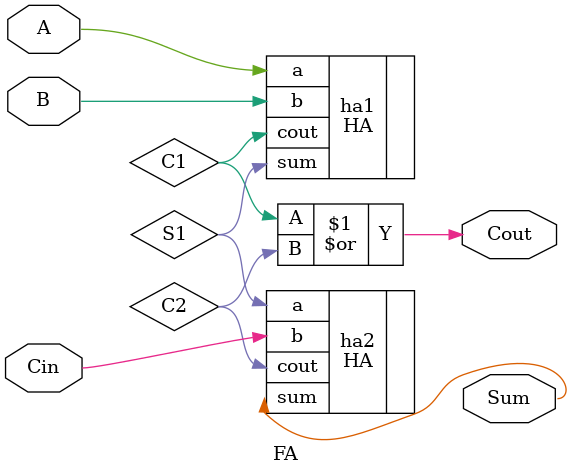
<source format=v>
`timescale 1ns / 1ps
module FA(A,B,Cin,Sum,Cout);
	input A,B,Cin;
	output Sum,Cout;
	wire C1,C2,S1;
HA ha1(
  .a(A),
  .b(B),
  .cout(C1),
  .sum(S1)
 );
HA ha2(
  .a(S1),
  .b(Cin),
  .cout(C2),
  .sum(Sum)
  );
or(Cout,C1,C2);
endmodule

</source>
